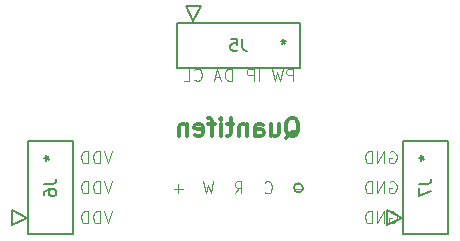
<source format=gbr>
G04 #@! TF.GenerationSoftware,KiCad,Pcbnew,(5.0.2)-1*
G04 #@! TF.CreationDate,2019-08-29T18:06:14-04:00*
G04 #@! TF.ProjectId,IGEM_Device,4947454d-5f44-4657-9669-63652e6b6963,rev?*
G04 #@! TF.SameCoordinates,Original*
G04 #@! TF.FileFunction,Legend,Bot*
G04 #@! TF.FilePolarity,Positive*
%FSLAX46Y46*%
G04 Gerber Fmt 4.6, Leading zero omitted, Abs format (unit mm)*
G04 Created by KiCad (PCBNEW (5.0.2)-1) date 2019-08-29 6:06:14 PM*
%MOMM*%
%LPD*%
G01*
G04 APERTURE LIST*
%ADD10C,0.100000*%
%ADD11C,0.300000*%
%ADD12C,0.152400*%
%ADD13C,0.150000*%
G04 APERTURE END LIST*
D10*
X162123333Y-86177380D02*
X162123333Y-85177380D01*
X161742380Y-85177380D01*
X161647142Y-85225000D01*
X161599523Y-85272619D01*
X161551904Y-85367857D01*
X161551904Y-85510714D01*
X161599523Y-85605952D01*
X161647142Y-85653571D01*
X161742380Y-85701190D01*
X162123333Y-85701190D01*
X161218571Y-85177380D02*
X160980476Y-86177380D01*
X160790000Y-85463095D01*
X160599523Y-86177380D01*
X160361428Y-85177380D01*
X155368571Y-94702380D02*
X155130476Y-95702380D01*
X154940000Y-94988095D01*
X154749523Y-95702380D01*
X154511428Y-94702380D01*
X156900476Y-86177380D02*
X156900476Y-85177380D01*
X156662380Y-85177380D01*
X156519523Y-85225000D01*
X156424285Y-85320238D01*
X156376666Y-85415476D01*
X156329047Y-85605952D01*
X156329047Y-85748809D01*
X156376666Y-85939285D01*
X156424285Y-86034523D01*
X156519523Y-86129761D01*
X156662380Y-86177380D01*
X156900476Y-86177380D01*
X155948095Y-85891666D02*
X155471904Y-85891666D01*
X156043333Y-86177380D02*
X155710000Y-85177380D01*
X155376666Y-86177380D01*
D11*
X161480000Y-90991428D02*
X161622857Y-90920000D01*
X161765714Y-90777142D01*
X161980000Y-90562857D01*
X162122857Y-90491428D01*
X162265714Y-90491428D01*
X162194285Y-90848571D02*
X162337142Y-90777142D01*
X162480000Y-90634285D01*
X162551428Y-90348571D01*
X162551428Y-89848571D01*
X162480000Y-89562857D01*
X162337142Y-89420000D01*
X162194285Y-89348571D01*
X161908571Y-89348571D01*
X161765714Y-89420000D01*
X161622857Y-89562857D01*
X161551428Y-89848571D01*
X161551428Y-90348571D01*
X161622857Y-90634285D01*
X161765714Y-90777142D01*
X161908571Y-90848571D01*
X162194285Y-90848571D01*
X160265714Y-89848571D02*
X160265714Y-90848571D01*
X160908571Y-89848571D02*
X160908571Y-90634285D01*
X160837142Y-90777142D01*
X160694285Y-90848571D01*
X160480000Y-90848571D01*
X160337142Y-90777142D01*
X160265714Y-90705714D01*
X158908571Y-90848571D02*
X158908571Y-90062857D01*
X158980000Y-89920000D01*
X159122857Y-89848571D01*
X159408571Y-89848571D01*
X159551428Y-89920000D01*
X158908571Y-90777142D02*
X159051428Y-90848571D01*
X159408571Y-90848571D01*
X159551428Y-90777142D01*
X159622857Y-90634285D01*
X159622857Y-90491428D01*
X159551428Y-90348571D01*
X159408571Y-90277142D01*
X159051428Y-90277142D01*
X158908571Y-90205714D01*
X158194285Y-89848571D02*
X158194285Y-90848571D01*
X158194285Y-89991428D02*
X158122857Y-89920000D01*
X157980000Y-89848571D01*
X157765714Y-89848571D01*
X157622857Y-89920000D01*
X157551428Y-90062857D01*
X157551428Y-90848571D01*
X157051428Y-89848571D02*
X156480000Y-89848571D01*
X156837142Y-89348571D02*
X156837142Y-90634285D01*
X156765714Y-90777142D01*
X156622857Y-90848571D01*
X156480000Y-90848571D01*
X155980000Y-90848571D02*
X155980000Y-89848571D01*
X155980000Y-89348571D02*
X156051428Y-89420000D01*
X155980000Y-89491428D01*
X155908571Y-89420000D01*
X155980000Y-89348571D01*
X155980000Y-89491428D01*
X155480000Y-89848571D02*
X154908571Y-89848571D01*
X155265714Y-90848571D02*
X155265714Y-89562857D01*
X155194285Y-89420000D01*
X155051428Y-89348571D01*
X154908571Y-89348571D01*
X153837142Y-90777142D02*
X153980000Y-90848571D01*
X154265714Y-90848571D01*
X154408571Y-90777142D01*
X154480000Y-90634285D01*
X154480000Y-90062857D01*
X154408571Y-89920000D01*
X154265714Y-89848571D01*
X153980000Y-89848571D01*
X153837142Y-89920000D01*
X153765714Y-90062857D01*
X153765714Y-90205714D01*
X154480000Y-90348571D01*
X153122857Y-89848571D02*
X153122857Y-90848571D01*
X153122857Y-89991428D02*
X153051428Y-89920000D01*
X152908571Y-89848571D01*
X152694285Y-89848571D01*
X152551428Y-89920000D01*
X152480000Y-90062857D01*
X152480000Y-90848571D01*
D10*
X153765238Y-86082142D02*
X153812857Y-86129761D01*
X153955714Y-86177380D01*
X154050952Y-86177380D01*
X154193809Y-86129761D01*
X154289047Y-86034523D01*
X154336666Y-85939285D01*
X154384285Y-85748809D01*
X154384285Y-85605952D01*
X154336666Y-85415476D01*
X154289047Y-85320238D01*
X154193809Y-85225000D01*
X154050952Y-85177380D01*
X153955714Y-85177380D01*
X153812857Y-85225000D01*
X153765238Y-85272619D01*
X152860476Y-86177380D02*
X153336666Y-86177380D01*
X153336666Y-85177380D01*
X159250000Y-86177380D02*
X159250000Y-85177380D01*
X158773809Y-86177380D02*
X158773809Y-85177380D01*
X158392857Y-85177380D01*
X158297619Y-85225000D01*
X158250000Y-85272619D01*
X158202380Y-85367857D01*
X158202380Y-85510714D01*
X158250000Y-85605952D01*
X158297619Y-85653571D01*
X158392857Y-85701190D01*
X158773809Y-85701190D01*
X146748333Y-94702380D02*
X146415000Y-95702380D01*
X146081666Y-94702380D01*
X145748333Y-95702380D02*
X145748333Y-94702380D01*
X145510238Y-94702380D01*
X145367380Y-94750000D01*
X145272142Y-94845238D01*
X145224523Y-94940476D01*
X145176904Y-95130952D01*
X145176904Y-95273809D01*
X145224523Y-95464285D01*
X145272142Y-95559523D01*
X145367380Y-95654761D01*
X145510238Y-95702380D01*
X145748333Y-95702380D01*
X144748333Y-95702380D02*
X144748333Y-94702380D01*
X144510238Y-94702380D01*
X144367380Y-94750000D01*
X144272142Y-94845238D01*
X144224523Y-94940476D01*
X144176904Y-95130952D01*
X144176904Y-95273809D01*
X144224523Y-95464285D01*
X144272142Y-95559523D01*
X144367380Y-95654761D01*
X144510238Y-95702380D01*
X144748333Y-95702380D01*
X157170476Y-95702380D02*
X157503809Y-95226190D01*
X157741904Y-95702380D02*
X157741904Y-94702380D01*
X157360952Y-94702380D01*
X157265714Y-94750000D01*
X157218095Y-94797619D01*
X157170476Y-94892857D01*
X157170476Y-95035714D01*
X157218095Y-95130952D01*
X157265714Y-95178571D01*
X157360952Y-95226190D01*
X157741904Y-95226190D01*
X152780952Y-95321428D02*
X152019047Y-95321428D01*
X152400000Y-95702380D02*
X152400000Y-94940476D01*
X170306904Y-97290000D02*
X170402142Y-97242380D01*
X170545000Y-97242380D01*
X170687857Y-97290000D01*
X170783095Y-97385238D01*
X170830714Y-97480476D01*
X170878333Y-97670952D01*
X170878333Y-97813809D01*
X170830714Y-98004285D01*
X170783095Y-98099523D01*
X170687857Y-98194761D01*
X170545000Y-98242380D01*
X170449761Y-98242380D01*
X170306904Y-98194761D01*
X170259285Y-98147142D01*
X170259285Y-97813809D01*
X170449761Y-97813809D01*
X169830714Y-98242380D02*
X169830714Y-97242380D01*
X169259285Y-98242380D01*
X169259285Y-97242380D01*
X168783095Y-98242380D02*
X168783095Y-97242380D01*
X168545000Y-97242380D01*
X168402142Y-97290000D01*
X168306904Y-97385238D01*
X168259285Y-97480476D01*
X168211666Y-97670952D01*
X168211666Y-97813809D01*
X168259285Y-98004285D01*
X168306904Y-98099523D01*
X168402142Y-98194761D01*
X168545000Y-98242380D01*
X168783095Y-98242380D01*
X170306904Y-92210000D02*
X170402142Y-92162380D01*
X170545000Y-92162380D01*
X170687857Y-92210000D01*
X170783095Y-92305238D01*
X170830714Y-92400476D01*
X170878333Y-92590952D01*
X170878333Y-92733809D01*
X170830714Y-92924285D01*
X170783095Y-93019523D01*
X170687857Y-93114761D01*
X170545000Y-93162380D01*
X170449761Y-93162380D01*
X170306904Y-93114761D01*
X170259285Y-93067142D01*
X170259285Y-92733809D01*
X170449761Y-92733809D01*
X169830714Y-93162380D02*
X169830714Y-92162380D01*
X169259285Y-93162380D01*
X169259285Y-92162380D01*
X168783095Y-93162380D02*
X168783095Y-92162380D01*
X168545000Y-92162380D01*
X168402142Y-92210000D01*
X168306904Y-92305238D01*
X168259285Y-92400476D01*
X168211666Y-92590952D01*
X168211666Y-92733809D01*
X168259285Y-92924285D01*
X168306904Y-93019523D01*
X168402142Y-93114761D01*
X168545000Y-93162380D01*
X168783095Y-93162380D01*
X146748333Y-97242380D02*
X146415000Y-98242380D01*
X146081666Y-97242380D01*
X145748333Y-98242380D02*
X145748333Y-97242380D01*
X145510238Y-97242380D01*
X145367380Y-97290000D01*
X145272142Y-97385238D01*
X145224523Y-97480476D01*
X145176904Y-97670952D01*
X145176904Y-97813809D01*
X145224523Y-98004285D01*
X145272142Y-98099523D01*
X145367380Y-98194761D01*
X145510238Y-98242380D01*
X145748333Y-98242380D01*
X144748333Y-98242380D02*
X144748333Y-97242380D01*
X144510238Y-97242380D01*
X144367380Y-97290000D01*
X144272142Y-97385238D01*
X144224523Y-97480476D01*
X144176904Y-97670952D01*
X144176904Y-97813809D01*
X144224523Y-98004285D01*
X144272142Y-98099523D01*
X144367380Y-98194761D01*
X144510238Y-98242380D01*
X144748333Y-98242380D01*
X146748333Y-92162380D02*
X146415000Y-93162380D01*
X146081666Y-92162380D01*
X145748333Y-93162380D02*
X145748333Y-92162380D01*
X145510238Y-92162380D01*
X145367380Y-92210000D01*
X145272142Y-92305238D01*
X145224523Y-92400476D01*
X145176904Y-92590952D01*
X145176904Y-92733809D01*
X145224523Y-92924285D01*
X145272142Y-93019523D01*
X145367380Y-93114761D01*
X145510238Y-93162380D01*
X145748333Y-93162380D01*
X144748333Y-93162380D02*
X144748333Y-92162380D01*
X144510238Y-92162380D01*
X144367380Y-92210000D01*
X144272142Y-92305238D01*
X144224523Y-92400476D01*
X144176904Y-92590952D01*
X144176904Y-92733809D01*
X144224523Y-92924285D01*
X144272142Y-93019523D01*
X144367380Y-93114761D01*
X144510238Y-93162380D01*
X144748333Y-93162380D01*
X159710476Y-95607142D02*
X159758095Y-95654761D01*
X159900952Y-95702380D01*
X159996190Y-95702380D01*
X160139047Y-95654761D01*
X160234285Y-95559523D01*
X160281904Y-95464285D01*
X160329523Y-95273809D01*
X160329523Y-95130952D01*
X160281904Y-94940476D01*
X160234285Y-94845238D01*
X160139047Y-94750000D01*
X159996190Y-94702380D01*
X159900952Y-94702380D01*
X159758095Y-94750000D01*
X159710476Y-94797619D01*
X170306904Y-94750000D02*
X170402142Y-94702380D01*
X170545000Y-94702380D01*
X170687857Y-94750000D01*
X170783095Y-94845238D01*
X170830714Y-94940476D01*
X170878333Y-95130952D01*
X170878333Y-95273809D01*
X170830714Y-95464285D01*
X170783095Y-95559523D01*
X170687857Y-95654761D01*
X170545000Y-95702380D01*
X170449761Y-95702380D01*
X170306904Y-95654761D01*
X170259285Y-95607142D01*
X170259285Y-95273809D01*
X170449761Y-95273809D01*
X169830714Y-95702380D02*
X169830714Y-94702380D01*
X169259285Y-95702380D01*
X169259285Y-94702380D01*
X168783095Y-95702380D02*
X168783095Y-94702380D01*
X168545000Y-94702380D01*
X168402142Y-94750000D01*
X168306904Y-94845238D01*
X168259285Y-94940476D01*
X168211666Y-95130952D01*
X168211666Y-95273809D01*
X168259285Y-95464285D01*
X168306904Y-95559523D01*
X168402142Y-95654761D01*
X168545000Y-95702380D01*
X168783095Y-95702380D01*
X162940952Y-95321428D02*
X162179047Y-95321428D01*
D12*
G04 #@! TO.C,J6*
X139700000Y-91313000D02*
X143510000Y-91313000D01*
X139700000Y-99187000D02*
X139700000Y-91313000D01*
X143510000Y-99187000D02*
X139700000Y-99187000D01*
X143510000Y-91313000D02*
X143510000Y-99187000D01*
X138303000Y-98425000D02*
X139573000Y-97790000D01*
X138303000Y-97155000D02*
X138303000Y-98425000D01*
X139573000Y-97790000D02*
X138303000Y-97155000D01*
G04 #@! TO.C,J5*
X153670000Y-81153000D02*
X154305000Y-79883000D01*
X154305000Y-79883000D02*
X153035000Y-79883000D01*
X153035000Y-79883000D02*
X153670000Y-81153000D01*
X162687000Y-85090000D02*
X152273000Y-85090000D01*
X152273000Y-85090000D02*
X152273000Y-81280000D01*
X152273000Y-81280000D02*
X162687000Y-81280000D01*
X162687000Y-81280000D02*
X162687000Y-85090000D01*
G04 #@! TO.C,J7*
X171323000Y-97790000D02*
X170053000Y-97155000D01*
X170053000Y-97155000D02*
X170053000Y-98425000D01*
X170053000Y-98425000D02*
X171323000Y-97790000D01*
X175260000Y-91313000D02*
X175260000Y-99187000D01*
X175260000Y-99187000D02*
X171450000Y-99187000D01*
X171450000Y-99187000D02*
X171450000Y-91313000D01*
X171450000Y-91313000D02*
X175260000Y-91313000D01*
G04 #@! TO.C,J2*
X162941000Y-95250000D02*
G75*
G03X162941000Y-95250000I-381000J0D01*
G01*
G04 #@! TO.C,J6*
D13*
X141057380Y-94916666D02*
X141771666Y-94916666D01*
X141914523Y-94869047D01*
X142009761Y-94773809D01*
X142057380Y-94630952D01*
X142057380Y-94535714D01*
X141057380Y-95821428D02*
X141057380Y-95630952D01*
X141105000Y-95535714D01*
X141152619Y-95488095D01*
X141295476Y-95392857D01*
X141485952Y-95345238D01*
X141866904Y-95345238D01*
X141962142Y-95392857D01*
X142009761Y-95440476D01*
X142057380Y-95535714D01*
X142057380Y-95726190D01*
X142009761Y-95821428D01*
X141962142Y-95869047D01*
X141866904Y-95916666D01*
X141628809Y-95916666D01*
X141533571Y-95869047D01*
X141485952Y-95821428D01*
X141438333Y-95726190D01*
X141438333Y-95535714D01*
X141485952Y-95440476D01*
X141533571Y-95392857D01*
X141628809Y-95345238D01*
X141057380Y-92710000D02*
X141295476Y-92710000D01*
X141200238Y-92471904D02*
X141295476Y-92710000D01*
X141200238Y-92948095D01*
X141485952Y-92567142D02*
X141295476Y-92710000D01*
X141485952Y-92852857D01*
G04 #@! TO.C,J5*
X157813333Y-82637380D02*
X157813333Y-83351666D01*
X157860952Y-83494523D01*
X157956190Y-83589761D01*
X158099047Y-83637380D01*
X158194285Y-83637380D01*
X156860952Y-82637380D02*
X157337142Y-82637380D01*
X157384761Y-83113571D01*
X157337142Y-83065952D01*
X157241904Y-83018333D01*
X157003809Y-83018333D01*
X156908571Y-83065952D01*
X156860952Y-83113571D01*
X156813333Y-83208809D01*
X156813333Y-83446904D01*
X156860952Y-83542142D01*
X156908571Y-83589761D01*
X157003809Y-83637380D01*
X157241904Y-83637380D01*
X157337142Y-83589761D01*
X157384761Y-83542142D01*
X161290000Y-82637380D02*
X161290000Y-82875476D01*
X161528095Y-82780238D02*
X161290000Y-82875476D01*
X161051904Y-82780238D01*
X161432857Y-83065952D02*
X161290000Y-82875476D01*
X161147142Y-83065952D01*
G04 #@! TO.C,J7*
X172807380Y-94916666D02*
X173521666Y-94916666D01*
X173664523Y-94869047D01*
X173759761Y-94773809D01*
X173807380Y-94630952D01*
X173807380Y-94535714D01*
X172807380Y-95297619D02*
X172807380Y-95964285D01*
X173807380Y-95535714D01*
X172807380Y-92710000D02*
X173045476Y-92710000D01*
X172950238Y-92471904D02*
X173045476Y-92710000D01*
X172950238Y-92948095D01*
X173235952Y-92567142D02*
X173045476Y-92710000D01*
X173235952Y-92852857D01*
G04 #@! TD*
M02*

</source>
